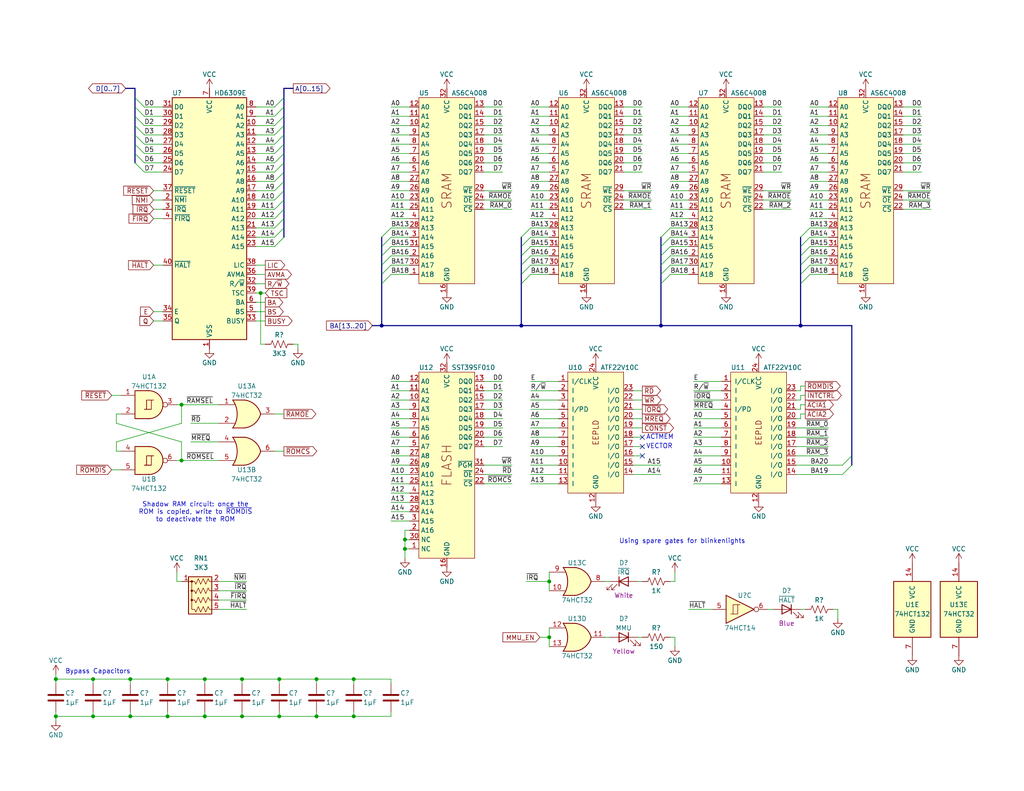
<source format=kicad_sch>
(kicad_sch (version 20230121) (generator eeschema)
  (paper "USLetter")
  (title_block (title "CPU, FLASH, 2MB SRAM, and Decode Logic") (date "2024-03-17") (rev "1.4") (company "Frédéric Segard") (comment 1 "MicroHobbyist's Retro Homebrew Computers") (comment 2 "microhobbyist.com"))
  (junction (at 110.49 149.86))
  (junction (at 15.24 195.58))
  (junction (at 25.4 195.58))
  (junction (at 104.14 88.9))
  (junction (at 49.53 110.49))
  (junction (at 86.36 185.42))
  (junction (at 96.52 195.58))
  (junction (at 49.53 125.73))
  (junction (at 45.72 195.58))
  (junction (at 218.44 88.9))
  (junction (at 71.12 80.01))
  (junction (at 25.4 185.42))
  (junction (at 76.2 195.58))
  (junction (at 110.49 147.32))
  (junction (at 35.56 195.58))
  (junction (at 142.24 88.9))
  (junction (at 76.2 185.42))
  (junction (at 55.88 185.42))
  (junction (at 45.72 185.42))
  (junction (at 86.36 195.58))
  (junction (at 66.04 195.58))
  (junction (at 149.86 173.99))
  (junction (at 96.52 185.42))
  (junction (at 180.34 88.9))
  (junction (at 66.04 185.42))
  (junction (at 15.24 185.42))
  (junction (at 35.56 185.42))
  (junction (at 55.88 195.58))
  (junction (at 149.86 158.75))
  (no_connect (at 175.26 121.92))
  (no_connect (at 175.26 119.38))
  (no_connect (at 175.26 124.46))
  (bus_entry (at 77.47 36.83) (size -2.54 2.54))
  (bus_entry (at 77.47 52.07) (size -2.54 2.54))
  (bus_entry (at 36.83 31.75) (size 2.54 2.54))
  (bus_entry (at 77.47 64.77) (size -2.54 2.54))
  (bus_entry (at 36.83 39.37) (size 2.54 2.54))
  (bus_entry (at 182.88 74.93) (size -2.54 2.54))
  (bus_entry (at 77.47 39.37) (size -2.54 2.54))
  (bus_entry (at 144.78 67.31) (size -2.54 2.54))
  (bus_entry (at 182.88 67.31) (size -2.54 2.54))
  (bus_entry (at 220.98 74.93) (size -2.54 2.54))
  (bus_entry (at 77.47 41.91) (size -2.54 2.54))
  (bus_entry (at 77.47 34.29) (size -2.54 2.54))
  (bus_entry (at 36.83 26.67) (size 2.54 2.54))
  (bus_entry (at 77.47 54.61) (size -2.54 2.54))
  (bus_entry (at 77.47 29.21) (size -2.54 2.54))
  (bus_entry (at 144.78 69.85) (size -2.54 2.54))
  (bus_entry (at 106.68 74.93) (size -2.54 2.54))
  (bus_entry (at 220.98 62.23) (size -2.54 2.54))
  (bus_entry (at 77.47 49.53) (size -2.54 2.54))
  (bus_entry (at 77.47 57.15) (size -2.54 2.54))
  (bus_entry (at 106.68 67.31) (size -2.54 2.54))
  (bus_entry (at 144.78 74.93) (size -2.54 2.54))
  (bus_entry (at 77.47 26.67) (size -2.54 2.54))
  (bus_entry (at 144.78 72.39) (size -2.54 2.54))
  (bus_entry (at 36.83 34.29) (size 2.54 2.54))
  (bus_entry (at 77.47 59.69) (size -2.54 2.54))
  (bus_entry (at 36.83 36.83) (size 2.54 2.54))
  (bus_entry (at 77.47 44.45) (size -2.54 2.54))
  (bus_entry (at 220.98 67.31) (size -2.54 2.54))
  (bus_entry (at 36.83 44.45) (size 2.54 2.54))
  (bus_entry (at 106.68 72.39) (size -2.54 2.54))
  (bus_entry (at 182.88 62.23) (size -2.54 2.54))
  (bus_entry (at 182.88 69.85) (size -2.54 2.54))
  (bus_entry (at 229.87 129.54) (size 2.54 -2.54))
  (bus_entry (at 106.68 69.85) (size -2.54 2.54))
  (bus_entry (at 106.68 62.23) (size -2.54 2.54))
  (bus_entry (at 77.47 62.23) (size -2.54 2.54))
  (bus_entry (at 144.78 62.23) (size -2.54 2.54))
  (bus_entry (at 220.98 64.77) (size -2.54 2.54))
  (bus_entry (at 36.83 29.21) (size 2.54 2.54))
  (bus_entry (at 182.88 72.39) (size -2.54 2.54))
  (bus_entry (at 77.47 31.75) (size -2.54 2.54))
  (bus_entry (at 229.87 127) (size 2.54 -2.54))
  (bus_entry (at 77.47 46.99) (size -2.54 2.54))
  (bus_entry (at 36.83 41.91) (size 2.54 2.54))
  (bus_entry (at 220.98 72.39) (size -2.54 2.54))
  (bus_entry (at 144.78 64.77) (size -2.54 2.54))
  (bus_entry (at 220.98 69.85) (size -2.54 2.54))
  (bus_entry (at 106.68 64.77) (size -2.54 2.54))
  (bus_entry (at 182.88 64.77) (size -2.54 2.54))
  (wire (pts (xy 137.16 46.99) (xy 132.08 46.99)))
  (wire (pts (xy 111.76 36.83) (xy 106.68 36.83)))
  (wire (pts (xy 144.78 109.22) (xy 152.4 109.22)))
  (wire (pts (xy 49.53 110.49) (xy 49.53 115.57)))
  (wire (pts (xy 111.76 46.99) (xy 106.68 46.99)))
  (wire (pts (xy 226.06 31.75) (xy 220.98 31.75)))
  (wire (pts (xy 218.44 113.03) (xy 219.71 113.03)))
  (wire (pts (xy 31.75 113.03) (xy 31.75 115.57)))
  (wire (pts (xy 165.1 173.99) (xy 166.37 173.99)))
  (wire (pts (xy 132.08 52.07) (xy 139.7 52.07)))
  (wire (pts (xy 137.16 41.91) (xy 132.08 41.91)))
  (bus (pts (xy 77.47 44.45) (xy 77.47 41.91)))
  (wire (pts (xy 217.17 114.3) (xy 218.44 114.3)))
  (wire (pts (xy 39.37 29.21) (xy 44.45 29.21)))
  (wire (pts (xy 182.88 67.31) (xy 187.96 67.31)))
  (bus (pts (xy 142.24 64.77) (xy 142.24 67.31)))
  (bus (pts (xy 142.24 72.39) (xy 142.24 74.93)))
  (wire (pts (xy 69.85 80.01) (xy 71.12 80.01)))
  (wire (pts (xy 226.06 44.45) (xy 220.98 44.45)))
  (wire (pts (xy 39.37 44.45) (xy 44.45 44.45)))
  (wire (pts (xy 81.28 93.98) (xy 80.01 93.98)))
  (wire (pts (xy 149.86 49.53) (xy 144.78 49.53)))
  (wire (pts (xy 110.49 149.86) (xy 111.76 149.86)))
  (wire (pts (xy 55.88 194.31) (xy 55.88 195.58)))
  (wire (pts (xy 49.53 120.65) (xy 49.53 125.73)))
  (wire (pts (xy 111.76 116.84) (xy 106.68 116.84)))
  (wire (pts (xy 106.68 72.39) (xy 111.76 72.39)))
  (wire (pts (xy 31.75 120.65) (xy 31.75 123.19)))
  (wire (pts (xy 132.08 57.15) (xy 139.7 57.15)))
  (bus (pts (xy 104.14 72.39) (xy 104.14 74.93)))
  (wire (pts (xy 96.52 194.31) (xy 96.52 195.58)))
  (wire (pts (xy 59.69 161.29) (xy 67.31 161.29)))
  (wire (pts (xy 69.85 82.55) (xy 72.39 82.55)))
  (wire (pts (xy 149.86 156.21) (xy 149.86 158.75)))
  (wire (pts (xy 59.69 158.75) (xy 67.31 158.75)))
  (wire (pts (xy 86.36 195.58) (xy 96.52 195.58)))
  (bus (pts (xy 101.6 88.9) (xy 104.14 88.9)))
  (wire (pts (xy 96.52 185.42) (xy 96.52 186.69)))
  (wire (pts (xy 226.06 39.37) (xy 220.98 39.37)))
  (wire (pts (xy 39.37 46.99) (xy 44.45 46.99)))
  (wire (pts (xy 182.88 69.85) (xy 187.96 69.85)))
  (wire (pts (xy 251.46 39.37) (xy 246.38 39.37)))
  (wire (pts (xy 213.36 41.91) (xy 208.28 41.91)))
  (wire (pts (xy 226.06 64.77) (xy 220.98 64.77)))
  (wire (pts (xy 137.16 109.22) (xy 132.08 109.22)))
  (wire (pts (xy 187.96 41.91) (xy 182.88 41.91)))
  (wire (pts (xy 69.85 54.61) (xy 74.93 54.61)))
  (bus (pts (xy 180.34 64.77) (xy 180.34 67.31)))
  (wire (pts (xy 187.96 29.21) (xy 182.88 29.21)))
  (wire (pts (xy 41.91 72.39) (xy 44.45 72.39)))
  (wire (pts (xy 175.26 31.75) (xy 170.18 31.75)))
  (wire (pts (xy 110.49 147.32) (xy 111.76 147.32)))
  (wire (pts (xy 137.16 29.21) (xy 132.08 29.21)))
  (wire (pts (xy 189.23 104.14) (xy 196.85 104.14)))
  (wire (pts (xy 218.44 105.41) (xy 219.71 105.41)))
  (wire (pts (xy 69.85 31.75) (xy 74.93 31.75)))
  (wire (pts (xy 69.85 77.47) (xy 72.39 77.47)))
  (wire (pts (xy 59.69 163.83) (xy 67.31 163.83)))
  (wire (pts (xy 69.85 59.69) (xy 74.93 59.69)))
  (wire (pts (xy 69.85 41.91) (xy 74.93 41.91)))
  (wire (pts (xy 172.72 109.22) (xy 175.26 109.22)))
  (wire (pts (xy 96.52 185.42) (xy 106.68 185.42)))
  (wire (pts (xy 69.85 64.77) (xy 74.93 64.77)))
  (wire (pts (xy 69.85 49.53) (xy 74.93 49.53)))
  (wire (pts (xy 30.48 128.27) (xy 33.02 128.27)))
  (bus (pts (xy 36.83 26.67) (xy 36.83 24.13)))
  (wire (pts (xy 149.86 158.75) (xy 149.86 161.29)))
  (wire (pts (xy 246.38 54.61) (xy 254 54.61)))
  (wire (pts (xy 111.76 127) (xy 106.68 127)))
  (bus (pts (xy 180.34 88.9) (xy 218.44 88.9)))
  (wire (pts (xy 15.24 195.58) (xy 25.4 195.58)))
  (bus (pts (xy 77.47 39.37) (xy 77.47 36.83)))
  (wire (pts (xy 149.86 59.69) (xy 144.78 59.69)))
  (wire (pts (xy 76.2 185.42) (xy 86.36 185.42)))
  (wire (pts (xy 69.85 34.29) (xy 74.93 34.29)))
  (bus (pts (xy 34.29 24.13) (xy 36.83 24.13)))
  (wire (pts (xy 220.98 72.39) (xy 226.06 72.39)))
  (wire (pts (xy 149.86 39.37) (xy 144.78 39.37)))
  (wire (pts (xy 41.91 87.63) (xy 44.45 87.63)))
  (wire (pts (xy 144.78 127) (xy 152.4 127)))
  (wire (pts (xy 111.76 121.92) (xy 106.68 121.92)))
  (bus (pts (xy 77.47 46.99) (xy 77.47 44.45)))
  (bus (pts (xy 77.47 59.69) (xy 77.47 57.15)))
  (wire (pts (xy 137.16 116.84) (xy 132.08 116.84)))
  (wire (pts (xy 189.23 114.3) (xy 196.85 114.3)))
  (wire (pts (xy 187.96 44.45) (xy 182.88 44.45)))
  (wire (pts (xy 110.49 149.86) (xy 110.49 152.4)))
  (wire (pts (xy 144.78 106.68) (xy 152.4 106.68)))
  (wire (pts (xy 106.68 67.31) (xy 111.76 67.31)))
  (wire (pts (xy 69.85 62.23) (xy 74.93 62.23)))
  (wire (pts (xy 86.36 185.42) (xy 96.52 185.42)))
  (bus (pts (xy 77.47 57.15) (xy 77.47 54.61)))
  (wire (pts (xy 144.78 69.85) (xy 149.86 69.85)))
  (bus (pts (xy 180.34 72.39) (xy 180.34 74.93)))
  (wire (pts (xy 251.46 34.29) (xy 246.38 34.29)))
  (wire (pts (xy 55.88 185.42) (xy 55.88 186.69)))
  (wire (pts (xy 66.04 194.31) (xy 66.04 195.58)))
  (wire (pts (xy 226.06 46.99) (xy 220.98 46.99)))
  (wire (pts (xy 226.06 59.69) (xy 220.98 59.69)))
  (wire (pts (xy 48.26 125.73) (xy 49.53 125.73)))
  (wire (pts (xy 35.56 185.42) (xy 45.72 185.42)))
  (wire (pts (xy 220.98 74.93) (xy 226.06 74.93)))
  (bus (pts (xy 77.47 62.23) (xy 77.47 59.69)))
  (wire (pts (xy 71.12 80.01) (xy 72.39 80.01)))
  (wire (pts (xy 187.96 39.37) (xy 182.88 39.37)))
  (wire (pts (xy 208.28 57.15) (xy 215.9 57.15)))
  (wire (pts (xy 76.2 195.58) (xy 86.36 195.58)))
  (wire (pts (xy 111.76 106.68) (xy 106.68 106.68)))
  (wire (pts (xy 187.96 34.29) (xy 182.88 34.29)))
  (wire (pts (xy 144.78 67.31) (xy 149.86 67.31)))
  (wire (pts (xy 218.44 110.49) (xy 219.71 110.49)))
  (wire (pts (xy 111.76 52.07) (xy 106.68 52.07)))
  (wire (pts (xy 213.36 44.45) (xy 208.28 44.45)))
  (wire (pts (xy 149.86 34.29) (xy 144.78 34.29)))
  (wire (pts (xy 111.76 129.54) (xy 106.68 129.54)))
  (wire (pts (xy 144.78 104.14) (xy 152.4 104.14)))
  (wire (pts (xy 213.36 36.83) (xy 208.28 36.83)))
  (wire (pts (xy 111.76 57.15) (xy 106.68 57.15)))
  (wire (pts (xy 15.24 195.58) (xy 15.24 196.85)))
  (wire (pts (xy 111.76 104.14) (xy 106.68 104.14)))
  (wire (pts (xy 39.37 31.75) (xy 44.45 31.75)))
  (bus (pts (xy 218.44 77.47) (xy 218.44 88.9)))
  (bus (pts (xy 232.41 127) (xy 232.41 124.46)))
  (wire (pts (xy 217.17 109.22) (xy 218.44 109.22)))
  (bus (pts (xy 104.14 69.85) (xy 104.14 72.39)))
  (wire (pts (xy 175.26 39.37) (xy 170.18 39.37)))
  (wire (pts (xy 111.76 29.21) (xy 106.68 29.21)))
  (wire (pts (xy 137.16 39.37) (xy 132.08 39.37)))
  (wire (pts (xy 173.99 158.75) (xy 175.26 158.75)))
  (bus (pts (xy 77.47 29.21) (xy 77.47 26.67)))
  (wire (pts (xy 39.37 41.91) (xy 44.45 41.91)))
  (wire (pts (xy 246.38 57.15) (xy 254 57.15)))
  (wire (pts (xy 208.28 54.61) (xy 215.9 54.61)))
  (bus (pts (xy 36.83 44.45) (xy 36.83 41.91)))
  (wire (pts (xy 149.86 46.99) (xy 144.78 46.99)))
  (wire (pts (xy 74.93 123.19) (xy 77.47 123.19)))
  (wire (pts (xy 213.36 31.75) (xy 208.28 31.75)))
  (wire (pts (xy 110.49 147.32) (xy 110.49 149.86)))
  (wire (pts (xy 172.72 116.84) (xy 175.26 116.84)))
  (wire (pts (xy 55.88 195.58) (xy 66.04 195.58)))
  (wire (pts (xy 111.76 124.46) (xy 106.68 124.46)))
  (wire (pts (xy 165.1 158.75) (xy 166.37 158.75)))
  (wire (pts (xy 137.16 121.92) (xy 132.08 121.92)))
  (wire (pts (xy 45.72 194.31) (xy 45.72 195.58)))
  (wire (pts (xy 217.17 124.46) (xy 226.06 124.46)))
  (wire (pts (xy 187.96 62.23) (xy 182.88 62.23)))
  (wire (pts (xy 144.78 74.93) (xy 149.86 74.93)))
  (wire (pts (xy 111.76 31.75) (xy 106.68 31.75)))
  (wire (pts (xy 144.78 121.92) (xy 152.4 121.92)))
  (wire (pts (xy 111.76 34.29) (xy 106.68 34.29)))
  (wire (pts (xy 251.46 29.21) (xy 246.38 29.21)))
  (wire (pts (xy 137.16 36.83) (xy 132.08 36.83)))
  (wire (pts (xy 41.91 52.07) (xy 44.45 52.07)))
  (wire (pts (xy 149.86 41.91) (xy 144.78 41.91)))
  (wire (pts (xy 227.33 166.37) (xy 228.6 166.37)))
  (wire (pts (xy 96.52 195.58) (xy 106.68 195.58)))
  (wire (pts (xy 218.44 107.95) (xy 219.71 107.95)))
  (wire (pts (xy 147.32 173.99) (xy 149.86 173.99)))
  (bus (pts (xy 180.34 74.93) (xy 180.34 77.47)))
  (wire (pts (xy 74.93 113.03) (xy 77.47 113.03)))
  (wire (pts (xy 226.06 52.07) (xy 220.98 52.07)))
  (bus (pts (xy 218.44 74.93) (xy 218.44 77.47)))
  (bus (pts (xy 232.41 88.9) (xy 218.44 88.9)))
  (wire (pts (xy 184.15 173.99) (xy 184.15 176.53)))
  (wire (pts (xy 226.06 54.61) (xy 220.98 54.61)))
  (wire (pts (xy 35.56 194.31) (xy 35.56 195.58)))
  (wire (pts (xy 111.76 139.7) (xy 106.68 139.7)))
  (wire (pts (xy 52.07 115.57) (xy 59.69 115.57)))
  (wire (pts (xy 189.23 121.92) (xy 196.85 121.92)))
  (bus (pts (xy 218.44 72.39) (xy 218.44 74.93)))
  (wire (pts (xy 149.86 31.75) (xy 144.78 31.75)))
  (bus (pts (xy 180.34 77.47) (xy 180.34 88.9)))
  (wire (pts (xy 187.96 57.15) (xy 182.88 57.15)))
  (wire (pts (xy 49.53 115.57) (xy 31.75 120.65)))
  (bus (pts (xy 218.44 67.31) (xy 218.44 69.85)))
  (wire (pts (xy 132.08 127) (xy 139.7 127)))
  (wire (pts (xy 71.12 93.98) (xy 72.39 93.98)))
  (bus (pts (xy 218.44 64.77) (xy 218.44 67.31)))
  (wire (pts (xy 218.44 106.68) (xy 218.44 105.41)))
  (wire (pts (xy 35.56 195.58) (xy 45.72 195.58)))
  (wire (pts (xy 226.06 49.53) (xy 220.98 49.53)))
  (bus (pts (xy 104.14 64.77) (xy 104.14 67.31)))
  (wire (pts (xy 111.76 119.38) (xy 106.68 119.38)))
  (wire (pts (xy 218.44 109.22) (xy 218.44 107.95)))
  (bus (pts (xy 36.83 41.91) (xy 36.83 39.37)))
  (wire (pts (xy 170.18 52.07) (xy 177.8 52.07)))
  (wire (pts (xy 172.72 121.92) (xy 175.26 121.92)))
  (wire (pts (xy 137.16 104.14) (xy 132.08 104.14)))
  (wire (pts (xy 175.26 41.91) (xy 170.18 41.91)))
  (wire (pts (xy 175.26 46.99) (xy 170.18 46.99)))
  (wire (pts (xy 184.15 156.21) (xy 184.15 158.75)))
  (wire (pts (xy 69.85 87.63) (xy 72.39 87.63)))
  (wire (pts (xy 55.88 185.42) (xy 66.04 185.42)))
  (wire (pts (xy 30.48 107.95) (xy 33.02 107.95)))
  (wire (pts (xy 149.86 64.77) (xy 144.78 64.77)))
  (wire (pts (xy 81.28 95.25) (xy 81.28 93.98)))
  (bus (pts (xy 104.14 67.31) (xy 104.14 69.85)))
  (bus (pts (xy 77.47 36.83) (xy 77.47 34.29)))
  (wire (pts (xy 144.78 124.46) (xy 152.4 124.46)))
  (bus (pts (xy 77.47 24.13) (xy 80.01 24.13)))
  (wire (pts (xy 187.96 36.83) (xy 182.88 36.83)))
  (wire (pts (xy 111.76 44.45) (xy 106.68 44.45)))
  (wire (pts (xy 213.36 34.29) (xy 208.28 34.29)))
  (wire (pts (xy 111.76 137.16) (xy 106.68 137.16)))
  (wire (pts (xy 217.17 127) (xy 229.87 127)))
  (wire (pts (xy 226.06 57.15) (xy 220.98 57.15)))
  (wire (pts (xy 143.51 158.75) (xy 149.86 158.75)))
  (wire (pts (xy 39.37 39.37) (xy 44.45 39.37)))
  (wire (pts (xy 226.06 36.83) (xy 220.98 36.83)))
  (wire (pts (xy 41.91 85.09) (xy 44.45 85.09)))
  (wire (pts (xy 111.76 114.3) (xy 106.68 114.3)))
  (wire (pts (xy 25.4 194.31) (xy 25.4 195.58)))
  (wire (pts (xy 189.23 127) (xy 196.85 127)))
  (wire (pts (xy 69.85 67.31) (xy 74.93 67.31)))
  (wire (pts (xy 172.72 111.76) (xy 175.26 111.76)))
  (wire (pts (xy 41.91 59.69) (xy 44.45 59.69)))
  (bus (pts (xy 36.83 39.37) (xy 36.83 36.83)))
  (wire (pts (xy 45.72 185.42) (xy 45.72 186.69)))
  (wire (pts (xy 86.36 194.31) (xy 86.36 195.58)))
  (wire (pts (xy 220.98 69.85) (xy 226.06 69.85)))
  (wire (pts (xy 66.04 195.58) (xy 76.2 195.58)))
  (wire (pts (xy 15.24 184.15) (xy 15.24 185.42)))
  (wire (pts (xy 217.17 129.54) (xy 229.87 129.54)))
  (bus (pts (xy 104.14 88.9) (xy 142.24 88.9)))
  (wire (pts (xy 172.72 106.68) (xy 175.26 106.68)))
  (wire (pts (xy 172.72 127) (xy 180.34 127)))
  (wire (pts (xy 170.18 54.61) (xy 177.8 54.61)))
  (wire (pts (xy 149.86 52.07) (xy 144.78 52.07)))
  (wire (pts (xy 66.04 185.42) (xy 76.2 185.42)))
  (wire (pts (xy 173.99 173.99) (xy 175.26 173.99)))
  (wire (pts (xy 251.46 31.75) (xy 246.38 31.75)))
  (wire (pts (xy 144.78 119.38) (xy 152.4 119.38)))
  (wire (pts (xy 69.85 46.99) (xy 74.93 46.99)))
  (bus (pts (xy 77.47 31.75) (xy 77.47 29.21)))
  (wire (pts (xy 189.23 109.22) (xy 196.85 109.22)))
  (wire (pts (xy 137.16 111.76) (xy 132.08 111.76)))
  (wire (pts (xy 189.23 111.76) (xy 196.85 111.76)))
  (wire (pts (xy 48.26 110.49) (xy 49.53 110.49)))
  (wire (pts (xy 110.49 144.78) (xy 111.76 144.78)))
  (wire (pts (xy 111.76 54.61) (xy 106.68 54.61)))
  (wire (pts (xy 175.26 36.83) (xy 170.18 36.83)))
  (wire (pts (xy 31.75 115.57) (xy 49.53 120.65)))
  (bus (pts (xy 142.24 88.9) (xy 180.34 88.9)))
  (wire (pts (xy 182.88 74.93) (xy 187.96 74.93)))
  (wire (pts (xy 106.68 142.24) (xy 111.76 142.24)))
  (bus (pts (xy 104.14 77.47) (xy 104.14 88.9)))
  (wire (pts (xy 149.86 57.15) (xy 144.78 57.15)))
  (wire (pts (xy 76.2 194.31) (xy 76.2 195.58)))
  (bus (pts (xy 77.47 64.77) (xy 77.47 62.23)))
  (wire (pts (xy 111.76 109.22) (xy 106.68 109.22)))
  (bus (pts (xy 180.34 67.31) (xy 180.34 69.85)))
  (wire (pts (xy 172.72 119.38) (xy 175.26 119.38)))
  (wire (pts (xy 33.02 113.03) (xy 31.75 113.03)))
  (wire (pts (xy 110.49 144.78) (xy 110.49 147.32)))
  (wire (pts (xy 132.08 132.08) (xy 139.7 132.08)))
  (wire (pts (xy 246.38 52.07) (xy 254 52.07)))
  (wire (pts (xy 39.37 34.29) (xy 44.45 34.29)))
  (wire (pts (xy 149.86 173.99) (xy 149.86 176.53)))
  (bus (pts (xy 77.47 49.53) (xy 77.47 46.99)))
  (wire (pts (xy 228.6 166.37) (xy 228.6 168.91)))
  (wire (pts (xy 189.23 106.68) (xy 196.85 106.68)))
  (wire (pts (xy 25.4 185.42) (xy 25.4 186.69)))
  (wire (pts (xy 226.06 29.21) (xy 220.98 29.21)))
  (wire (pts (xy 251.46 46.99) (xy 246.38 46.99)))
  (wire (pts (xy 208.28 52.07) (xy 215.9 52.07)))
  (bus (pts (xy 36.83 34.29) (xy 36.83 31.75)))
  (wire (pts (xy 187.96 49.53) (xy 182.88 49.53)))
  (wire (pts (xy 218.44 166.37) (xy 219.71 166.37)))
  (bus (pts (xy 180.34 69.85) (xy 180.34 72.39)))
  (bus (pts (xy 142.24 67.31) (xy 142.24 69.85)))
  (bus (pts (xy 36.83 31.75) (xy 36.83 29.21)))
  (wire (pts (xy 187.96 31.75) (xy 182.88 31.75)))
  (wire (pts (xy 69.85 29.21) (xy 74.93 29.21)))
  (wire (pts (xy 187.96 166.37) (xy 194.31 166.37)))
  (wire (pts (xy 144.78 114.3) (xy 152.4 114.3)))
  (wire (pts (xy 48.26 156.21) (xy 48.26 158.75)))
  (wire (pts (xy 86.36 185.42) (xy 86.36 186.69)))
  (wire (pts (xy 149.86 62.23) (xy 144.78 62.23)))
  (wire (pts (xy 251.46 44.45) (xy 246.38 44.45)))
  (wire (pts (xy 69.85 74.93) (xy 72.39 74.93)))
  (wire (pts (xy 71.12 80.01) (xy 71.12 93.98)))
  (wire (pts (xy 111.76 39.37) (xy 106.68 39.37)))
  (wire (pts (xy 149.86 36.83) (xy 144.78 36.83)))
  (wire (pts (xy 251.46 41.91) (xy 246.38 41.91)))
  (wire (pts (xy 149.86 171.45) (xy 149.86 173.99)))
  (wire (pts (xy 172.72 129.54) (xy 180.34 129.54)))
  (bus (pts (xy 232.41 124.46) (xy 232.41 88.9)))
  (wire (pts (xy 59.69 166.37) (xy 67.31 166.37)))
  (wire (pts (xy 218.44 111.76) (xy 217.17 111.76)))
  (wire (pts (xy 144.78 132.08) (xy 152.4 132.08)))
  (wire (pts (xy 111.76 59.69) (xy 106.68 59.69)))
  (wire (pts (xy 49.53 125.73) (xy 59.69 125.73)))
  (wire (pts (xy 137.16 34.29) (xy 132.08 34.29)))
  (wire (pts (xy 111.76 64.77) (xy 106.68 64.77)))
  (wire (pts (xy 213.36 29.21) (xy 208.28 29.21)))
  (wire (pts (xy 144.78 111.76) (xy 152.4 111.76)))
  (wire (pts (xy 45.72 185.42) (xy 55.88 185.42)))
  (wire (pts (xy 189.23 129.54) (xy 196.85 129.54)))
  (wire (pts (xy 137.16 119.38) (xy 132.08 119.38)))
  (wire (pts (xy 137.16 44.45) (xy 132.08 44.45)))
  (wire (pts (xy 69.85 44.45) (xy 74.93 44.45)))
  (wire (pts (xy 111.76 111.76) (xy 106.68 111.76)))
  (wire (pts (xy 41.91 57.15) (xy 44.45 57.15)))
  (bus (pts (xy 77.47 26.67) (xy 77.47 24.13)))
  (wire (pts (xy 31.75 123.19) (xy 33.02 123.19)))
  (wire (pts (xy 137.16 114.3) (xy 132.08 114.3)))
  (wire (pts (xy 15.24 194.31) (xy 15.24 195.58)))
  (wire (pts (xy 39.37 36.83) (xy 44.45 36.83)))
  (wire (pts (xy 187.96 54.61) (xy 182.88 54.61)))
  (wire (pts (xy 76.2 185.42) (xy 76.2 186.69)))
  (wire (pts (xy 15.24 185.42) (xy 15.24 186.69)))
  (wire (pts (xy 106.68 194.31) (xy 106.68 195.58)))
  (wire (pts (xy 213.36 39.37) (xy 208.28 39.37)))
  (bus (pts (xy 142.24 69.85) (xy 142.24 72.39)))
  (wire (pts (xy 149.86 29.21) (xy 144.78 29.21)))
  (wire (pts (xy 187.96 64.77) (xy 182.88 64.77)))
  (wire (pts (xy 111.76 62.23) (xy 106.68 62.23)))
  (wire (pts (xy 111.76 134.62) (xy 106.68 134.62)))
  (wire (pts (xy 111.76 49.53) (xy 106.68 49.53)))
  (wire (pts (xy 69.85 36.83) (xy 74.93 36.83)))
  (wire (pts (xy 187.96 52.07) (xy 182.88 52.07)))
  (wire (pts (xy 172.72 124.46) (xy 175.26 124.46)))
  (wire (pts (xy 137.16 106.68) (xy 132.08 106.68)))
  (wire (pts (xy 251.46 36.83) (xy 246.38 36.83)))
  (wire (pts (xy 111.76 41.91) (xy 106.68 41.91)))
  (wire (pts (xy 175.26 29.21) (xy 170.18 29.21)))
  (wire (pts (xy 217.17 121.92) (xy 226.06 121.92)))
  (wire (pts (xy 189.23 132.08) (xy 196.85 132.08)))
  (wire (pts (xy 132.08 54.61) (xy 139.7 54.61)))
  (wire (pts (xy 69.85 85.09) (xy 72.39 85.09)))
  (wire (pts (xy 189.23 124.46) (xy 196.85 124.46)))
  (bus (pts (xy 36.83 29.21) (xy 36.83 26.67)))
  (wire (pts (xy 25.4 185.42) (xy 35.56 185.42)))
  (wire (pts (xy 41.91 54.61) (xy 44.45 54.61)))
  (wire (pts (xy 144.78 72.39) (xy 149.86 72.39)))
  (wire (pts (xy 187.96 59.69) (xy 182.88 59.69)))
  (bus (pts (xy 77.47 34.29) (xy 77.47 31.75)))
  (wire (pts (xy 170.18 57.15) (xy 177.8 57.15)))
  (wire (pts (xy 187.96 46.99) (xy 182.88 46.99)))
  (wire (pts (xy 172.72 114.3) (xy 175.26 114.3)))
  (bus (pts (xy 77.47 41.91) (xy 77.47 39.37)))
  (wire (pts (xy 144.78 129.54) (xy 152.4 129.54)))
  (wire (pts (xy 182.88 173.99) (xy 184.15 173.99)))
  (bus (pts (xy 218.44 69.85) (xy 218.44 72.39)))
  (wire (pts (xy 213.36 46.99) (xy 208.28 46.99)))
  (wire (pts (xy 69.85 39.37) (xy 74.93 39.37)))
  (wire (pts (xy 149.86 54.61) (xy 144.78 54.61)))
  (wire (pts (xy 226.06 34.29) (xy 220.98 34.29)))
  (wire (pts (xy 149.86 44.45) (xy 144.78 44.45)))
  (wire (pts (xy 69.85 72.39) (xy 72.39 72.39)))
  (wire (pts (xy 226.06 62.23) (xy 220.98 62.23)))
  (bus (pts (xy 104.14 74.93) (xy 104.14 77.47)))
  (wire (pts (xy 144.78 116.84) (xy 152.4 116.84)))
  (bus (pts (xy 77.47 54.61) (xy 77.47 52.07)))
  (wire (pts (xy 52.07 120.65) (xy 59.69 120.65)))
  (wire (pts (xy 25.4 195.58) (xy 35.56 195.58)))
  (wire (pts (xy 111.76 132.08) (xy 106.68 132.08)))
  (wire (pts (xy 220.98 67.31) (xy 226.06 67.31)))
  (bus (pts (xy 77.47 52.07) (xy 77.47 49.53)))
  (wire (pts (xy 69.85 57.15) (xy 74.93 57.15)))
  (bus (pts (xy 142.24 77.47) (xy 142.24 88.9)))
  (wire (pts (xy 175.26 34.29) (xy 170.18 34.29)))
  (wire (pts (xy 132.08 129.54) (xy 139.7 129.54)))
  (wire (pts (xy 189.23 116.84) (xy 196.85 116.84)))
  (wire (pts (xy 106.68 74.93) (xy 111.76 74.93)))
  (wire (pts (xy 218.44 110.49) (xy 218.44 111.76)))
  (bus (pts (xy 142.24 74.93) (xy 142.24 77.47)))
  (wire (pts (xy 66.04 185.42) (xy 66.04 186.69)))
  (wire (pts (xy 217.17 119.38) (xy 226.06 119.38)))
  (wire (pts (xy 106.68 185.42) (xy 106.68 186.69)))
  (wire (pts (xy 226.06 41.91) (xy 220.98 41.91)))
  (wire (pts (xy 182.88 72.39) (xy 187.96 72.39)))
  (wire (pts (xy 35.56 185.42) (xy 35.56 186.69)))
  (wire (pts (xy 69.85 52.07) (xy 74.93 52.07)))
  (wire (pts (xy 106.68 69.85) (xy 111.76 69.85)))
  (wire (pts (xy 15.24 185.42) (xy 25.4 185.42)))
  (bus (pts (xy 36.83 36.83) (xy 36.83 34.29)))
  (wire (pts (xy 182.88 158.75) (xy 184.15 158.75)))
  (wire (pts (xy 49.53 110.49) (xy 59.69 110.49)))
  (wire (pts (xy 217.17 106.68) (xy 218.44 106.68)))
  (wire (pts (xy 218.44 114.3) (xy 218.44 113.03)))
  (wire (pts (xy 209.55 166.37) (xy 210.82 166.37)))
  (wire (pts (xy 137.16 31.75) (xy 132.08 31.75)))
  (wire (pts (xy 175.26 44.45) (xy 170.18 44.45)))
  (wire (pts (xy 48.26 158.75) (xy 49.53 158.75)))
  (wire (pts (xy 217.17 116.84) (xy 226.06 116.84)))
  (wire (pts (xy 45.72 195.58) (xy 55.88 195.58)))
  (wire (pts (xy 189.23 119.38) (xy 196.85 119.38)))
  (text_box "Shadow RAM circuit: once the ROM is copied, write to ~{ROMDIS} to deactivate the ROM" (at 36.83 135.89 0) (size 33.02 7.62) (stroke (width -0.0001)) (effects (font (size 1.27 1.27)) (justify top)))
  (text "VECTOR" (at 176.276 122.682 0) (effects (font (size 1.27 1.27)) (justify left bottom)))
  (text "Using spare gates for blinkenlights" (at 168.91 148.59 0) (effects (font (size 1.27 1.27)) (justify left bottom)))
  (text "Bypass Capacitors" (at 17.78 184.15 0) (effects (font (size 1.27 1.27)) (justify left bottom)))
  (text "ACTMEM" (at 176.276 120.142 0) (effects (font (size 1.27 1.27)) (justify left bottom)))
  (label "A9" (at 144.78 121.92 0))
  (label "A6" (at 144.78 114.3 0))
  (label "BA15" (at 106.68 67.31 0))
  (label "A10" (at 106.68 54.61 0))
  (label "D4" (at 251.46 39.37 180))
  (label "A10" (at 74.93 54.61 180))
  (label "A2" (at 74.93 34.29 180))
  (label "A5" (at 106.68 116.84 0))
  (label "D3" (at 213.36 36.83 180))
  (label "A8" (at 220.98 49.53 0))
  (label "A9" (at 182.88 52.07 0))
  (label "A2" (at 182.88 34.29 0))
  (label "A5" (at 74.93 41.91 180))
  (label "A4" (at 144.78 109.22 0))
  (label "D7" (at 137.16 46.99 180))
  (label "BA16" (at 220.98 69.85 0))
  (label "D2" (at 137.16 109.22 180))
  (label "~{RAM_3}" (at 254 57.15 180))
  (label "A7" (at 220.98 46.99 0))
  (label "A7" (at 144.78 116.84 0))
  (label "A0" (at 220.98 29.21 0))
  (label "A1" (at 220.98 31.75 0))
  (label "A15" (at 180.34 127 180))
  (label "BA14" (at 144.78 64.77 0))
  (label "A9" (at 220.98 52.07 0))
  (label "D7" (at 213.36 46.99 180))
  (label "A8" (at 106.68 124.46 0))
  (label "D0" (at 137.16 104.14 180))
  (label "D1" (at 137.16 106.68 180))
  (label "A5" (at 182.88 41.91 0))
  (label "D5" (at 137.16 116.84 180))
  (label "A3" (at 144.78 36.83 0))
  (label "D0" (at 137.16 29.21 180))
  (label "A7" (at 182.88 46.99 0))
  (label "A3" (at 182.88 36.83 0))
  (label "BA17" (at 144.78 72.39 0))
  (label "~{RAM_0}" (at 139.7 57.15 180))
  (label "A0" (at 106.68 104.14 0))
  (label "A14" (at 180.34 129.54 180))
  (label "~{RAM_2}" (at 226.06 121.92 180))
  (label "A0" (at 189.23 114.3 0))
  (label "~{IRQ}" (at 143.51 158.75 0))
  (label "A12" (at 74.93 59.69 180))
  (label "BA13" (at 182.88 62.23 0))
  (label "A8" (at 74.93 49.53 180))
  (label "A4" (at 189.23 124.46 0))
  (label "D6" (at 137.16 44.45 180))
  (label "A6" (at 189.23 129.54 0))
  (label "BA13" (at 106.68 62.23 0))
  (label "~{WR}" (at 215.9 52.07 180))
  (label "BA14" (at 106.68 64.77 0))
  (label "~{WR}" (at 254 52.07 180))
  (label "A6" (at 106.68 44.45 0))
  (label "BA13" (at 220.98 62.23 0))
  (label "BA15" (at 220.98 67.31 0))
  (label "A12" (at 144.78 59.69 0))
  (label "~{WR}" (at 139.7 52.07 180))
  (label "A3" (at 106.68 36.83 0))
  (label "A7" (at 144.78 46.99 0))
  (label "A10" (at 106.68 129.54 0))
  (label "D2" (at 213.36 34.29 180))
  (label "A4" (at 74.93 39.37 180))
  (label "BA17" (at 220.98 72.39 0))
  (label "~{IRQ}" (at 67.31 161.29 180))
  (label "A9" (at 74.93 52.07 180))
  (label "A7" (at 189.23 132.08 0))
  (label "A5" (at 144.78 41.91 0))
  (label "BA20" (at 226.06 127 180))
  (label "~{FIRQ}" (at 67.31 163.83 180))
  (label "A10" (at 144.78 124.46 0))
  (label "A9" (at 106.68 127 0))
  (label "A4" (at 220.98 39.37 0))
  (label "R{slash}~{W}" (at 189.23 106.68 0))
  (label "~{MREQ}" (at 189.23 111.76 0))
  (label "D0" (at 251.46 29.21 180))
  (label "A6" (at 106.68 119.38 0))
  (label "A2" (at 189.23 119.38 0))
  (label "A11" (at 74.93 57.15 180))
  (label "A3" (at 74.93 36.83 180))
  (label "BA17" (at 182.88 72.39 0))
  (label "A1" (at 106.68 31.75 0))
  (label "A11" (at 220.98 57.15 0))
  (label "A5" (at 144.78 111.76 0))
  (label "~{RAM_3}" (at 226.06 124.46 180))
  (label "A6" (at 182.88 44.45 0))
  (label "A5" (at 189.23 127 0))
  (label "D1" (at 213.36 31.75 180))
  (label "~{RAMOE}" (at 177.8 54.61 180))
  (label "D4" (at 39.37 39.37 0))
  (label "A14" (at 74.93 64.77 180))
  (label "D1" (at 137.16 31.75 180))
  (label "A9" (at 106.68 52.07 0))
  (label "D0" (at 175.26 29.21 180))
  (label "A13" (at 74.93 62.23 180))
  (label "A2" (at 144.78 34.29 0))
  (label "BA18" (at 182.88 74.93 0))
  (label "A0" (at 144.78 29.21 0))
  (label "D5" (at 175.26 41.91 180))
  (label "A0" (at 74.93 29.21 180))
  (label "A9" (at 144.78 52.07 0))
  (label "~{RAMOE}" (at 139.7 54.61 180))
  (label "A0" (at 182.88 29.21 0))
  (label "A11" (at 106.68 132.08 0))
  (label "A11" (at 106.68 57.15 0))
  (label "D3" (at 251.46 36.83 180))
  (label "A1" (at 189.23 116.84 0))
  (label "E" (at 189.23 104.14 0))
  (label "BA16" (at 106.68 69.85 0))
  (label "A8" (at 144.78 119.38 0))
  (label "D3" (at 39.37 36.83 0))
  (label "~{NMI}" (at 67.31 158.75 180))
  (label "~{MREQ}" (at 52.07 120.65 0))
  (label "A6" (at 220.98 44.45 0))
  (label "A15" (at 74.93 67.31 180))
  (label "D4" (at 137.16 39.37 180))
  (label "A3" (at 220.98 36.83 0))
  (label "D6" (at 137.16 119.38 180))
  (label "D2" (at 137.16 34.29 180))
  (label "A12" (at 182.88 59.69 0))
  (label "A11" (at 144.78 127 0))
  (label "~{RAMOE}" (at 215.9 54.61 180))
  (label "A10" (at 220.98 54.61 0))
  (label "A12" (at 220.98 59.69 0))
  (label "A10" (at 144.78 54.61 0))
  (label "D5" (at 137.16 41.91 180))
  (label "A3" (at 106.68 111.76 0))
  (label "D6" (at 175.26 44.45 180))
  (label "A12" (at 106.68 59.69 0))
  (label "A11" (at 182.88 57.15 0))
  (label "A7" (at 106.68 121.92 0))
  (label "~{RAM_1}" (at 226.06 119.38 180))
  (label "BA18" (at 220.98 74.93 0))
  (label "A13" (at 106.68 137.16 0))
  (label "BA15" (at 182.88 67.31 0))
  (label "BA15" (at 144.78 67.31 0))
  (label "~{IORQ}" (at 189.23 109.22 0))
  (label "E" (at 144.78 104.14 0))
  (label "A1" (at 106.68 106.68 0))
  (label "A15" (at 106.68 142.24 0))
  (label "A12" (at 106.68 134.62 0))
  (label "A14" (at 106.68 139.7 0))
  (label "BA13" (at 144.78 62.23 0))
  (label "D1" (at 251.46 31.75 180))
  (label "~{WR}" (at 139.7 127 180))
  (label "BA14" (at 182.88 64.77 0))
  (label "D4" (at 213.36 39.37 180))
  (label "D6" (at 213.36 44.45 180))
  (label "D4" (at 137.16 114.3 180))
  (label "R{slash}~{W}" (at 144.78 106.68 0))
  (label "A2" (at 106.68 109.22 0))
  (label "A6" (at 144.78 44.45 0))
  (label "D2" (at 251.46 34.29 180))
  (label "D3" (at 175.26 36.83 180))
  (label "D6" (at 39.37 44.45 0))
  (label "A7" (at 74.93 46.99 180))
  (label "~{RAM_2}" (at 215.9 57.15 180))
  (label "~{RD}" (at 139.7 129.54 180))
  (label "A1" (at 182.88 31.75 0))
  (label "D2" (at 175.26 34.29 180))
  (label "~{HALT}" (at 67.31 166.37 180))
  (label "D5" (at 251.46 41.91 180))
  (label "A1" (at 144.78 31.75 0))
  (label "BA14" (at 220.98 64.77 0))
  (label "~{RAM_1}" (at 177.8 57.15 180))
  (label "D3" (at 137.16 111.76 180))
  (label "BA18" (at 144.78 74.93 0))
  (label "D0" (at 213.36 29.21 180))
  (label "A11" (at 144.78 57.15 0))
  (label "D7" (at 137.16 121.92 180))
  (label "D5" (at 39.37 41.91 0))
  (label "A8" (at 182.88 49.53 0))
  (label "D1" (at 39.37 31.75 0))
  (label "A8" (at 144.78 49.53 0))
  (label "D7" (at 175.26 46.99 180))
  (label "~{ROMSEL}" (at 50.8 125.73 0))
  (label "D1" (at 175.26 31.75 180))
  (label "D7" (at 39.37 46.99 0))
  (label "D0" (at 39.37 29.21 0))
  (label "D3" (at 137.16 36.83 180))
  (label "~{RAMSEL}" (at 50.8 110.49 0))
  (label "~{RD}" (at 52.07 115.57 0))
  (label "A5" (at 220.98 41.91 0))
  (label "A4" (at 106.68 114.3 0))
  (label "D7" (at 251.46 46.99 180))
  (label "BA19" (at 226.06 129.54 180))
  (label "~{RAM_0}" (at 226.06 116.84 180))
  (label "A1" (at 74.93 31.75 180))
  (label "A8" (at 106.68 49.53 0))
  (label "D6" (at 251.46 44.45 180))
  (label "A5" (at 106.68 41.91 0))
  (label "~{ROMCS}" (at 139.7 132.08 180))
  (label "A13" (at 144.78 132.08 0))
  (label "~{HALT}" (at 187.96 166.37 0))
  (label "BA17" (at 106.68 72.39 0))
  (label "A4" (at 106.68 39.37 0))
  (label "D5" (at 213.36 41.91 180))
  (label "A7" (at 106.68 46.99 0))
  (label "A4" (at 144.78 39.37 0))
  (label "D4" (at 175.26 39.37 180))
  (label "A4" (at 182.88 39.37 0))
  (label "BA18" (at 106.68 74.93 0))
  (label "A0" (at 106.68 29.21 0))
  (label "~{RAMOE}" (at 254 54.61 180))
  (label "BA16" (at 182.88 69.85 0))
  (label "BA16" (at 144.78 69.85 0))
  (label "A12" (at 144.78 129.54 0))
  (label "A2" (at 220.98 34.29 0))
  (label "A3" (at 189.23 121.92 0))
  (label "A2" (at 106.68 34.29 0))
  (label "A6" (at 74.93 44.45 180))
  (label "D2" (at 39.37 34.29 0))
  (label "A10" (at 182.88 54.61 0))
  (label "~{WR}" (at 177.8 52.07 180))
  (global_label "~{ACIA1}" (shape output) (at 219.71 110.49 0) (property "Intersheetrefs" "${INTERSHEET_REFS}" (effects hide)))
  (global_label "~{IRQ}" (shape input) (at 41.91 57.15 180) (property "Intersheetrefs" "${INTERSHEET_REFS}" (effects hide)))
  (global_label "~{RESET}" (shape input) (at 30.48 107.95 180) (property "Intersheetrefs" "${INTERSHEET_REFS}" (effects hide)))
  (global_label "~{RD}" (shape output) (at 175.26 106.68 0) (property "Intersheetrefs" "${INTERSHEET_REFS}" (effects hide)))
  (global_label "~{NMI}" (shape input) (at 41.91 54.61 180) (property "Intersheetrefs" "${INTERSHEET_REFS}" (effects hide)))
  (global_label "AVMA" (shape output) (at 72.39 74.93 0) (property "Intersheetrefs" "${INTERSHEET_REFS}" (effects hide)))
  (global_label "~{IORQ}" (shape output) (at 175.26 111.76 0) (property "Intersheetrefs" "${INTERSHEET_REFS}" (effects hide)))
  (global_label "BS" (shape output) (at 72.39 85.09 0) (property "Intersheetrefs" "${INTERSHEET_REFS}" (effects hide)))
  (global_label "LIC" (shape output) (at 72.39 72.39 0) (property "Intersheetrefs" "${INTERSHEET_REFS}" (effects hide)))
  (global_label "A[0..15]" (shape output) (at 80.01 24.13 0) (property "Intersheetrefs" "${INTERSHEET_REFS}" (effects hide)))
  (global_label "R{slash}~{W}" (shape output) (at 72.39 77.47 0) (property "Intersheetrefs" "${INTERSHEET_REFS}" (effects hide)))
  (global_label "MMU_EN" (shape input) (at 147.32 173.99 180) (property "Intersheetrefs" "${INTERSHEET_REFS}" (effects hide)))
  (global_label "BA[13..20]" (shape input) (at 101.6 88.9 180) (property "Intersheetrefs" "${INTERSHEET_REFS}" (effects hide)))
  (global_label "BUSY" (shape output) (at 72.39 87.63 0) (property "Intersheetrefs" "${INTERSHEET_REFS}" (effects hide)))
  (global_label "TSC" (shape input) (at 72.39 80.01 0) (property "Intersheetrefs" "${INTERSHEET_REFS}" (effects hide)))
  (global_label "~{CONST}" (shape output) (at 175.26 116.84 0) (property "Intersheetrefs" "${INTERSHEET_REFS}" (effects hide)))
  (global_label "~{ROMDIS}" (shape output) (at 219.71 105.41 0) (property "Intersheetrefs" "${INTERSHEET_REFS}" (effects hide)))
  (global_label "Q" (shape input) (at 41.91 87.63 180) (property "Intersheetrefs" "${INTERSHEET_REFS}" (effects hide)))
  (global_label "~{ACIA2}" (shape output) (at 219.71 113.03 0) (property "Intersheetrefs" "${INTERSHEET_REFS}" (effects hide)))
  (global_label "~{RESET}" (shape input) (at 41.91 52.07 180) (property "Intersheetrefs" "${INTERSHEET_REFS}" (effects hide)))
  (global_label "~{WR}" (shape output) (at 175.26 109.22 0) (property "Intersheetrefs" "${INTERSHEET_REFS}" (effects hide)))
  (global_label "D[0..7]" (shape bidirectional) (at 34.29 24.13 180) (property "Intersheetrefs" "${INTERSHEET_REFS}" (effects hide)))
  (global_label "~{ROMDIS}" (shape input) (at 30.48 128.27 180) (property "Intersheetrefs" "${INTERSHEET_REFS}" (effects hide)))
  (global_label "~{MREQ}" (shape output) (at 175.26 114.3 0) (property "Intersheetrefs" "${INTERSHEET_REFS}" (effects hide)))
  (global_label "BA" (shape output) (at 72.39 82.55 0) (property "Intersheetrefs" "${INTERSHEET_REFS}" (effects hide)))
  (global_label "~{FIRQ}" (shape input) (at 41.91 59.69 180) (property "Intersheetrefs" "${INTERSHEET_REFS}" (effects hide)))
  (global_label "~{ROMCS}" (shape output) (at 77.47 123.19 0) (property "Intersheetrefs" "${INTERSHEET_REFS}" (effects hide)))
  (global_label "E" (shape input) (at 41.91 85.09 180) (property "Intersheetrefs" "${INTERSHEET_REFS}" (effects hide)))
  (global_label "~{HALT}" (shape input) (at 41.91 72.39 180) (property "Intersheetrefs" "${INTERSHEET_REFS}" (effects hide)))
  (global_label "~{RAMOE}" (shape output) (at 77.47 113.03 0) (property "Intersheetrefs" "${INTERSHEET_REFS}" (effects hide)))
  (global_label "~{INTCTRL}" (shape output) (at 219.71 107.95 0) (property "Intersheetrefs" "${INTERSHEET_REFS}" (effects hide)))
  (symbol (lib_id "Device:LED") (at 170.18 158.75 0) (unit 1)
    (property "Reference" "D?" (at 170.18 153.67 0))
    (property "Value" "~{IRQ}" (at 170.18 156.21 0))
    (property "Footprint" "LED_THT:LED_D3.0mm_Horizontal_O1.27mm_Z2.0mm" (effects hide))
    (property "Color" "White" (at 170.18 162.56 0))
    (instances (project "PCB - CPU V1" (path "" (reference "D?") (unit 1)) (path "" (reference "D3") (unit 1))))
  )
  (symbol (lib_id "power:GND") (at 110.49 152.4 0) (unit 1)
    (property "Reference" "#PWR?" (effects hide))
    (property "Value" "GND" (at 110.49 156.21 0))
    (instances (project "PCB - CPU V1" (path "" (reference "#PWR?") (unit 1)) (path "" (reference "#PWR048") (unit 1))))
  )
  (symbol (lib_id "Device:C") (at 25.4 190.5 0) (unit 1)
    (property "Reference" "C?" (at 27.94 189.23 0) (effects (justify left)))
    (property "Value" "1µF" (at 27.94 191.77 0) (effects (justify left)))
    (property "Footprint" "Capacitor_THT:C_Disc_D3.0mm_W1.6mm_P2.50mm" (effects hide))
    (instances (project "PCB - CPU V1" (path "" (reference "C?") (unit 1)) (path "" (reference "C11") (unit 1))))
  )
  (symbol (lib_id "power:VCC") (at 184.15 156.21 0) (unit 1)
    (property "Reference" "#PWR?" (effects hide))
    (property "Value" "VCC" (at 184.15 152.4 0))
    (instances (project "PCB - CPU V1" (path "" (reference "#PWR?") (unit 1)) (path "" (reference "#PWR053") (unit 1))))
  )
  (symbol (lib_id "74xx:74LS32") (at 67.31 113.03 0) (unit 1)
    (property "Reference" "U13" (at 67.31 105.41 0))
    (property "Value" "74HCT32" (at 67.31 107.95 0))
    (property "Footprint" "Package_DIP:DIP-14_W7.62mm_Socket" (effects hide))
    (property "Datasheet" "http://www.ti.com/lit/gpn/sn74LS32" (effects hide))
  )
  (symbol (lib_id "74xx:74LS132") (at 248.92 166.37 0) (unit 5)
    (property "Reference" "U1" (at 248.92 165.1 0))
    (property "Value" "74HCT132" (at 248.92 167.64 0))
    (property "Footprint" "Package_DIP:DIP-14_W7.62mm_Socket" (effects hide))
    (property "Datasheet" "http://www.ti.com/lit/gpn/sn74LS132" (effects hide))
  )
  (symbol (lib_id "power:VCC") (at 261.62 153.67 0) (unit 1)
    (property "Reference" "#PWR?" (effects hide))
    (property "Value" "VCC" (at 261.62 149.86 0))
    (instances (project "PCB - CPU V1" (path "" (reference "#PWR?") (unit 1)) (path "" (reference "#PWR050") (unit 1))))
  )
  (symbol (lib_id "74xx:74LS32") (at 157.48 173.99 0) (unit 4)
    (property "Reference" "U13" (at 157.48 168.91 0))
    (property "Value" "74HCT32" (at 157.48 179.07 0))
    (property "Footprint" "Package_DIP:DIP-14_W7.62mm_Socket" (effects hide))
    (property "Datasheet" "http://www.ti.com/lit/gpn/sn74LS32" (effects hide))
  )
  (symbol (lib_id "power:GND") (at 184.15 176.53 0) (unit 1)
    (property "Reference" "#PWR?" (effects hide))
    (property "Value" "GND" (at 184.15 180.34 0))
    (instances (project "PCB - CPU V1" (path "" (reference "#PWR?") (unit 1)) (path "" (reference "#PWR055") (unit 1))))
  )
  (symbol (lib_id "Device:C") (at 35.56 190.5 0) (unit 1)
    (property "Reference" "C?" (at 38.1 189.23 0) (effects (justify left)))
    (property "Value" "1µF" (at 38.1 191.77 0) (effects (justify left)))
    (property "Footprint" "Capacitor_THT:C_Disc_D3.0mm_W1.6mm_P2.50mm" (effects hide))
    (instances (project "PCB - CPU V1" (path "" (reference "C?") (unit 1)) (path "" (reference "C12") (unit 1))))
  )
  (symbol (lib_id "CPU_NXP_6800:MC6809E") (at 57.15 59.69 0) (unit 1)
    (property "Reference" "U?" (at 46.99 25.4 0) (effects (justify left)))
    (property "Value" "HD6309E" (at 58.42 25.4 0) (effects (justify left)))
    (property "Footprint" "Package_DIP:DIP-40_W15.24mm_Socket" (effects hide))
    (property "Datasheet" "http://pdf.datasheetcatalog.com/datasheet/motorola/MC68B09S.pdf" (effects hide))
    (instances (project "PCB - CPU V1" (path "" (reference "U?") (unit 1)) (path "" (reference "U9") (unit 1))))
  )
  (symbol (lib_id "Device:C") (at 45.72 190.5 0) (unit 1)
    (property "Reference" "C?" (at 48.26 189.23 0) (effects (justify left)))
    (property "Value" "1µF" (at 48.26 191.77 0) (effects (justify left)))
    (property "Footprint" "Capacitor_THT:C_Disc_D3.0mm_W1.6mm_P2.50mm" (effects hide))
    (instances (project "PCB - CPU V1" (path "" (reference "C?") (unit 1)) (path "" (reference "C13") (unit 1))))
  )
  (symbol (lib_id "power:VCC") (at 160.02 24.13 0) (unit 1)
    (property "Reference" "#PWR?" (effects hide))
    (property "Value" "VCC" (at 160.02 20.32 0))
    (instances (project "PCB - CPU V1" (path "" (reference "#PWR?") (unit 1)) (path "" (reference "#PWR034") (unit 1))))
  )
  (symbol (lib_id "power:VCC") (at 207.01 99.06 0) (unit 1)
    (property "Reference" "#PWR?" (effects hide))
    (property "Value" "VCC" (at 207.01 95.25 0))
    (instances (project "PCB - CPU V1" (path "" (reference "#PWR?") (unit 1)) (path "" (reference "#PWR045") (unit 1))))
  )
  (symbol (lib_id "74xx:74LS132") (at 40.64 110.49 0) (unit 1)
    (property "Reference" "U1" (at 40.64 102.87 0))
    (property "Value" "74HCT132" (at 40.64 105.41 0))
    (property "Footprint" "Package_DIP:DIP-14_W7.62mm_Socket" (effects hide))
    (property "Datasheet" "http://www.ti.com/lit/gpn/sn74LS132" (effects hide))
  )
  (symbol (lib_id "Device:R_US") (at 76.2 93.98 90) (unit 1)
    (property "Reference" "R?" (at 76.2 91.44 90))
    (property "Value" "3K3" (at 76.2 96.52 90))
    (property "Footprint" "Resistor_THT:R_Axial_DIN0204_L3.6mm_D1.6mm_P7.62mm_Horizontal" (effects hide))
    (instances (project "PCB - CPU V1" (path "" (reference "R?") (unit 1)) (path "" (reference "R4") (unit 1))))
  )
  (symbol (lib_id "power:GND") (at 236.22 80.01 0) (unit 1)
    (property "Reference" "#PWR?" (effects hide))
    (property "Value" "GND" (at 236.22 83.82 0))
    (instances (project "PCB - CPU V1" (path "" (reference "#PWR?") (unit 1)) (path "" (reference "#PWR040") (unit 1))))
  )
  (symbol (lib_id "Device:C") (at 76.2 190.5 0) (unit 1)
    (property "Reference" "C?" (at 78.74 189.23 0) (effects (justify left)))
    (property "Value" "1µF" (at 78.74 191.77 0) (effects (justify left)))
    (property "Footprint" "Capacitor_THT:C_Disc_D3.0mm_W1.6mm_P2.50mm" (effects hide))
    (instances (project "PCB - CPU V1" (path "" (reference "C?") (unit 1)) (path "" (reference "C16") (unit 1))))
  )
  (symbol (lib_id "power:GND") (at 121.92 154.94 0) (unit 1)
    (property "Reference" "#PWR?" (effects hide))
    (property "Value" "GND" (at 121.92 158.75 0))
    (instances (project "PCB - CPU V1" (path "" (reference "#PWR?") (unit 1)) (path "" (reference "#PWR051") (unit 1))))
  )
  (symbol (lib_id "power:GND") (at 57.15 95.25 0) (unit 1)
    (property "Reference" "#PWR?" (effects hide))
    (property "Value" "GND" (at 57.15 99.06 0))
    (instances (project "PCB - CPU V1" (path "" (reference "#PWR?") (unit 1)) (path "" (reference "#PWR041") (unit 1))))
  )
  (symbol (lib_id "power:VCC") (at 198.12 24.13 0) (unit 1)
    (property "Reference" "#PWR?" (effects hide))
    (property "Value" "VCC" (at 198.12 20.32 0))
    (instances (project "PCB - CPU V1" (path "" (reference "#PWR?") (unit 1)) (path "" (reference "#PWR035") (unit 1))))
  )
  (symbol (lib_id "power:VCC") (at 248.92 153.67 0) (unit 1)
    (property "Reference" "#PWR?" (effects hide))
    (property "Value" "VCC" (at 248.92 149.86 0))
    (instances (project "PCB - CPU V1" (path "" (reference "#PWR?") (unit 1)) (path "" (reference "#PWR049") (unit 1))))
  )
  (symbol (lib_id "0_Library:AS6C4008") (at 236.22 26.67 0) (unit 1)
    (property "Reference" "U8" (at 228.6 25.4 0) (effects (justify left)))
    (property "Value" "AS6C4008" (at 237.49 25.4 0) (effects (justify left)))
    (property "Footprint" "Package_DIP:DIP-32_W15.24mm_Socket" (effects hide))
    (property "Datasheet" "https://www.alliancememory.com/wp-content/uploads/pdf/AS6C4008.pdf" (effects hide))
  )
  (symbol (lib_id "power:GND") (at 160.02 80.01 0) (unit 1)
    (property "Reference" "#PWR?" (effects hide))
    (property "Value" "GND" (at 160.02 83.82 0))
    (instances (project "PCB - CPU V1" (path "" (reference "#PWR?") (unit 1)) (path "" (reference "#PWR038") (unit 1))))
  )
  (symbol (lib_id "power:GND") (at 248.92 179.07 0) (unit 1)
    (property "Reference" "#PWR?" (effects hide))
    (property "Value" "GND" (at 248.92 182.88 0))
    (instances (project "PCB - CPU V1" (path "" (reference "#PWR?") (unit 1)) (path "" (reference "#PWR056") (unit 1))))
  )
  (symbol (lib_id "power:GND") (at 121.92 80.01 0) (unit 1)
    (property "Reference" "#PWR?" (effects hide))
    (property "Value" "GND" (at 121.92 83.82 0))
    (instances (project "PCB - CPU V1" (path "" (reference "#PWR?") (unit 1)) (path "" (reference "#PWR037") (unit 1))))
  )
  (symbol (lib_id "Device:C") (at 15.24 190.5 0) (unit 1)
    (property "Reference" "C?" (at 17.78 189.23 0) (effects (justify left)))
    (property "Value" "1µF" (at 17.78 191.77 0) (effects (justify left)))
    (property "Footprint" "Capacitor_THT:C_Disc_D3.0mm_W1.6mm_P2.50mm" (effects hide))
    (instances (project "PCB - CPU V1" (path "" (reference "C?") (unit 1)) (path "" (reference "C10") (unit 1))))
  )
  (symbol (lib_id "0_Library:AS6C4008") (at 160.02 26.67 0) (unit 1)
    (property "Reference" "U6" (at 152.4 25.4 0) (effects (justify left)))
    (property "Value" "AS6C4008" (at 161.29 25.4 0) (effects (justify left)))
    (property "Footprint" "Package_DIP:DIP-32_W15.24mm_Socket" (effects hide))
    (property "Datasheet" "https://www.alliancememory.com/wp-content/uploads/pdf/AS6C4008.pdf" (effects hide))
  )
  (symbol (lib_id "power:VCC") (at 57.15 24.13 0) (unit 1)
    (property "Reference" "#PWR?" (effects hide))
    (property "Value" "VCC" (at 57.15 20.32 0))
    (instances (project "PCB - CPU V1" (path "" (reference "#PWR?") (unit 1)) (path "" (reference "#PWR032") (unit 1))))
  )
  (symbol (lib_id "power:GND") (at 207.01 137.16 0) (unit 1)
    (property "Reference" "#PWR?" (effects hide))
    (property "Value" "GND" (at 207.01 140.97 0))
    (instances (project "PCB - CPU V1" (path "" (reference "#PWR?") (unit 1)) (path "" (reference "#PWR047") (unit 1))))
  )
  (symbol (lib_id "0_Library:SST39SF010") (at 121.92 101.6 0) (unit 1)
    (property "Reference" "U12" (at 114.3 100.33 0) (effects (justify left)))
    (property "Value" "SST39SF010" (at 123.19 100.33 0) (effects (justify left)))
    (property "Footprint" "0_Library:ZIF_Socket-32" (effects hide))
    (property "Datasheet" "https://ww1.microchip.com/downloads/en/DeviceDoc/20005022C.pdf" (effects hide))
  )
  (symbol (lib_id "Device:C") (at 106.68 190.5 0) (unit 1)
    (property "Reference" "C?" (at 109.22 189.23 0) (effects (justify left)))
    (property "Value" "1µF" (at 109.22 191.77 0) (effects (justify left)))
    (property "Footprint" "Capacitor_THT:C_Disc_D3.0mm_W1.6mm_P2.50mm" (effects hide))
    (instances (project "PCB - CPU V1" (path "" (reference "C?") (unit 1)) (path "" (reference "C19") (unit 1))))
  )
  (symbol (lib_id "0_Library:ATF22V10C") (at 162.56 100.33 0) (unit 1)
    (property "Reference" "U10" (at 154.94 100.33 0) (effects (justify left)))
    (property "Value" "ATF22V10C" (at 163.83 100.33 0) (effects (justify left)))
    (property "Footprint" "Package_DIP:DIP-24_W7.62mm_Socket" (effects hide))
    (property "Datasheet" "http://ww1.microchip.com/downloads/en/DeviceDoc/doc0735.pdf" (effects hide))
  )
  (symbol (lib_id "Device:C") (at 86.36 190.5 0) (unit 1)
    (property "Reference" "C?" (at 88.9 189.23 0) (effects (justify left)))
    (property "Value" "1µF" (at 88.9 191.77 0) (effects (justify left)))
    (property "Footprint" "Capacitor_THT:C_Disc_D3.0mm_W1.6mm_P2.50mm" (effects hide))
    (instances (project "PCB - CPU V1" (path "" (reference "C?") (unit 1)) (path "" (reference "C17") (unit 1))))
  )
  (symbol (lib_id "Device:R_Network04_US") (at 54.61 163.83 90) (mirror x) (unit 1)
    (property "Reference" "RN1" (at 54.864 152.4 90))
    (property "Value" "3K3" (at 54.864 154.94 90))
    (property "Footprint" "Resistor_THT:R_Array_SIP5" (effects hide))
    (property "Datasheet" "http://www.vishay.com/docs/31509/csc.pdf" (effects hide))
  )
  (symbol (lib_id "74xx:74LS32") (at 157.48 158.75 0) (unit 3)
    (property "Reference" "U13" (at 157.48 153.67 0))
    (property "Value" "74HCT32" (at 157.48 163.83 0))
    (property "Footprint" "Package_DIP:DIP-14_W7.62mm_Socket" (effects hide))
    (property "Datasheet" "http://www.ti.com/lit/gpn/sn74LS32" (effects hide))
  )
  (symbol (lib_id "74xx:74LS132") (at 40.64 125.73 0) (unit 2)
    (property "Reference" "U1" (at 40.64 130.81 0))
    (property "Value" "74HCT132" (at 40.64 133.35 0))
    (property "Footprint" "Package_DIP:DIP-14_W7.62mm_Socket" (effects hide))
    (property "Datasheet" "http://www.ti.com/lit/gpn/sn74LS132" (effects hide))
  )
  (symbol (lib_id "power:VCC") (at 48.26 156.21 0) (unit 1)
    (property "Reference" "#PWR?" (effects hide))
    (property "Value" "VCC" (at 48.26 152.4 0))
    (instances (project "PCB - CPU V1" (path "" (reference "#PWR?") (unit 1)) (path "" (reference "#PWR052") (unit 1))))
  )
  (symbol (lib_id "Device:R_US") (at 223.52 166.37 90) (unit 1)
    (property "Reference" "R?" (at 223.52 163.83 90))
    (property "Value" "1K" (at 223.52 168.91 90))
    (property "Footprint" "Resistor_THT:R_Axial_DIN0204_L3.6mm_D1.6mm_P7.62mm_Horizontal" (effects hide))
    (instances (project "PCB - CPU V1" (path "" (reference "R?") (unit 1)) (path "" (reference "R6") (unit 1))))
  )
  (symbol (lib_id "74xx:74LS14") (at 201.93 166.37 0) (unit 3)
    (property "Reference" "U?" (at 203.2 162.56 0))
    (property "Value" "74HCT14" (at 201.93 171.45 0))
    (property "Footprint" "Package_DIP:DIP-14_W7.62mm_Socket" (effects hide))
    (property "Datasheet" "http://www.ti.com/lit/gpn/sn74LS14" (effects hide))
    (instances (project "PCB - CPU V1" (path "" (reference "U?") (unit 3)) (path "" (reference "U2") (unit 3))))
  )
  (symbol (lib_id "power:VCC") (at 236.22 24.13 0) (unit 1)
    (property "Reference" "#PWR?" (effects hide))
    (property "Value" "VCC" (at 236.22 20.32 0))
    (instances (project "PCB - CPU V1" (path "" (reference "#PWR?") (unit 1)) (path "" (reference "#PWR036") (unit 1))))
  )
  (symbol (lib_id "Device:LED") (at 214.63 166.37 0) (mirror y) (unit 1)
    (property "Reference" "D?" (at 214.63 161.29 0))
    (property "Value" "~{HALT}" (at 214.63 163.83 0))
    (property "Footprint" "LED_THT:LED_D3.0mm_Horizontal_O1.27mm_Z2.0mm" (effects hide))
    (property "Color" "Blue" (at 214.63 170.18 0))
    (instances (project "PCB - CPU V1" (path "" (reference "D?") (unit 1)) (path "" (reference "D4") (unit 1))))
  )
  (symbol (lib_id "power:VCC") (at 15.24 184.15 0) (unit 1)
    (property "Reference" "#PWR?" (effects hide))
    (property "Value" "VCC" (at 15.24 180.34 0))
    (instances (project "PCB - CPU V1" (path "" (reference "#PWR?") (unit 1)) (path "" (reference "#PWR058") (unit 1))))
  )
  (symbol (lib_id "Device:LED") (at 170.18 173.99 0) (mirror y) (unit 1)
    (property "Reference" "D?" (at 170.18 168.91 0))
    (property "Value" "MMU" (at 170.18 171.45 0))
    (property "Footprint" "LED_THT:LED_D3.0mm_Horizontal_O1.27mm_Z2.0mm" (effects hide))
    (property "Color" "Yellow" (at 170.18 177.8 0))
    (instances (project "PCB - CPU V1" (path "" (reference "D?") (unit 1)) (path "" (reference "D5") (unit 1))))
  )
  (symbol (lib_id "0_Library:AS6C4008") (at 198.12 26.67 0) (unit 1)
    (property "Reference" "U7" (at 190.5 25.4 0) (effects (justify left)))
    (property "Value" "AS6C4008" (at 199.39 25.4 0) (effects (justify left)))
    (property "Footprint" "Package_DIP:DIP-32_W15.24mm_Socket" (effects hide))
    (property "Datasheet" "https://www.alliancememory.com/wp-content/uploads/pdf/AS6C4008.pdf" (effects hide))
  )
  (symbol (lib_id "power:GND") (at 228.6 168.91 0) (unit 1)
    (property "Reference" "#PWR?" (effects hide))
    (property "Value" "GND" (at 228.6 172.72 0))
    (instances (project "PCB - CPU V1" (path "" (reference "#PWR?") (unit 1)) (path "" (reference "#PWR054") (unit 1))))
  )
  (symbol (lib_id "Device:C") (at 66.04 190.5 0) (unit 1)
    (property "Reference" "C?" (at 68.58 189.23 0) (effects (justify left)))
    (property "Value" "1µF" (at 68.58 191.77 0) (effects (justify left)))
    (property "Footprint" "Capacitor_THT:C_Disc_D3.0mm_W1.6mm_P2.50mm" (effects hide))
    (instances (project "PCB - CPU V1" (path "" (reference "C?") (unit 1)) (path "" (reference "C15") (unit 1))))
  )
  (symbol (lib_id "power:VCC") (at 121.92 99.06 0) (unit 1)
    (property "Reference" "#PWR?" (effects hide))
    (property "Value" "VCC" (at 121.92 95.25 0))
    (instances (project "PCB - CPU V1" (path "" (reference "#PWR?") (unit 1)) (path "" (reference "#PWR043") (unit 1))))
  )
  (symbol (lib_id "power:GND") (at 261.62 179.07 0) (unit 1)
    (property "Reference" "#PWR?" (effects hide))
    (property "Value" "GND" (at 261.62 182.88 0))
    (instances (project "PCB - CPU V1" (path "" (reference "#PWR?") (unit 1)) (path "" (reference "#PWR057") (unit 1))))
  )
  (symbol (lib_id "0_Library:AS6C4008") (at 121.92 26.67 0) (unit 1)
    (property "Reference" "U5" (at 114.3 25.4 0) (effects (justify left)))
    (property "Value" "AS6C4008" (at 123.19 25.4 0) (effects (justify left)))
    (property "Footprint" "Package_DIP:DIP-32_W15.24mm_Socket" (effects hide))
    (property "Datasheet" "https://www.alliancememory.com/wp-content/uploads/pdf/AS6C4008.pdf" (effects hide))
  )
  (symbol (lib_id "Device:C") (at 55.88 190.5 0) (unit 1)
    (property "Reference" "C?" (at 58.42 189.23 0) (effects (justify left)))
    (property "Value" "1µF" (at 58.42 191.77 0) (effects (justify left)))
    (property "Footprint" "Capacitor_THT:C_Disc_D3.0mm_W1.6mm_P2.50mm" (effects hide))
    (instances (project "PCB - CPU V1" (path "" (reference "C?") (unit 1)) (path "" (reference "C14") (unit 1))))
  )
  (symbol (lib_id "74xx:74LS32") (at 67.31 123.19 0) (unit 2)
    (property "Reference" "U13" (at 67.31 128.27 0))
    (property "Value" "74HCT32" (at 67.31 130.81 0))
    (property "Footprint" "Package_DIP:DIP-14_W7.62mm_Socket" (effects hide))
    (property "Datasheet" "http://www.ti.com/lit/gpn/sn74LS32" (effects hide))
  )
  (symbol (lib_id "Device:C") (at 96.52 190.5 0) (unit 1)
    (property "Reference" "C?" (at 99.06 189.23 0) (effects (justify left)))
    (property "Value" "1µF" (at 99.06 191.77 0) (effects (justify left)))
    (property "Footprint" "Capacitor_THT:C_Disc_D3.0mm_W1.6mm_P2.50mm" (effects hide))
    (instances (project "PCB - CPU V1" (path "" (reference "C?") (unit 1)) (path "" (reference "C18") (unit 1))))
  )
  (symbol (lib_id "power:GND") (at 198.12 80.01 0) (unit 1)
    (property "Reference" "#PWR?" (effects hide))
    (property "Value" "GND" (at 198.12 83.82 0))
    (instances (project "PCB - CPU V1" (path "" (reference "#PWR?") (unit 1)) (path "" (reference "#PWR039") (unit 1))))
  )
  (symbol (lib_id "power:VCC") (at 121.92 24.13 0) (unit 1)
    (property "Reference" "#PWR?" (effects hide))
    (property "Value" "VCC" (at 121.92 20.32 0))
    (instances (project "PCB - CPU V1" (path "" (reference "#PWR?") (unit 1)) (path "" (reference "#PWR033") (unit 1))))
  )
  (symbol (lib_id "power:GND") (at 162.56 137.16 0) (unit 1)
    (property "Reference" "#PWR?" (effects hide))
    (property "Value" "GND" (at 162.56 140.97 0))
    (instances (project "PCB - CPU V1" (path "" (reference "#PWR?") (unit 1)) (path "" (reference "#PWR046") (unit 1))))
  )
  (symbol (lib_id "power:GND") (at 81.28 95.25 0) (unit 1)
    (property "Reference" "#PWR?" (effects hide))
    (property "Value" "GND" (at 81.28 99.06 0))
    (instances (project "PCB - CPU V1" (path "" (reference "#PWR?") (unit 1)) (path "" (reference "#PWR042") (unit 1))))
  )
  (symbol (lib_id "Device:R_US") (at 179.07 158.75 90) (unit 1)
    (property "Reference" "R?" (at 179.07 156.21 90))
    (property "Value" "1K" (at 179.07 161.29 90))
    (property "Footprint" "Resistor_THT:R_Axial_DIN0204_L3.6mm_D1.6mm_P7.62mm_Horizontal" (effects hide))
    (instances (project "PCB - CPU V1" (path "" (reference "R?") (unit 1)) (path "" (reference "R5") (unit 1))))
  )
  (symbol (lib_id "0_Library:ATF22V10C") (at 207.01 100.33 0) (unit 1)
    (property "Reference" "U11" (at 199.39 100.33 0) (effects (justify left)))
    (property "Value" "ATF22V10C" (at 208.28 100.33 0) (effects (justify left)))
    (property "Footprint" "Package_DIP:DIP-24_W7.62mm_Socket" (effects hide))
    (property "Datasheet" "http://ww1.microchip.com/downloads/en/DeviceDoc/doc0735.pdf" (effects hide))
  )
  (symbol (lib_id "74xx:74LS32") (at 261.62 166.37 0) (unit 5)
    (property "Reference" "U13" (at 261.62 165.1 0))
    (property "Value" "74HCT32" (at 261.62 167.64 0))
    (property "Footprint" "Package_DIP:DIP-14_W7.62mm_Socket" (effects hide))
    (property "Datasheet" "http://www.ti.com/lit/gpn/sn74LS32" (effects hide))
  )
  (symbol (lib_id "power:VCC") (at 162.56 99.06 0) (unit 1)
    (property "Reference" "#PWR?" (effects hide))
    (property "Value" "VCC" (at 162.56 95.25 0))
    (instances (project "PCB - CPU V1" (path "" (reference "#PWR?") (unit 1)) (path "" (reference "#PWR044") (unit 1))))
  )
  (symbol (lib_id "Device:R_US") (at 179.07 173.99 90) (unit 1)
    (property "Reference" "R?" (at 179.07 171.45 90))
    (property "Value" "150" (at 179.07 176.53 90))
    (property "Footprint" "Resistor_THT:R_Axial_DIN0204_L3.6mm_D1.6mm_P7.62mm_Horizontal" (effects hide))
    (instances (project "PCB - CPU V1" (path "" (reference "R?") (unit 1)) (path "" (reference "R7") (unit 1))))
  )
  (symbol (lib_id "power:GND") (at 15.24 196.85 0) (unit 1)
    (property "Reference" "#PWR?" (effects hide))
    (property "Value" "GND" (at 15.24 200.66 0))
    (instances (project "PCB - CPU V1" (path "" (reference "#PWR?") (unit 1)) (path "" (reference "#PWR059") (unit 1))))
  )
)
</source>
